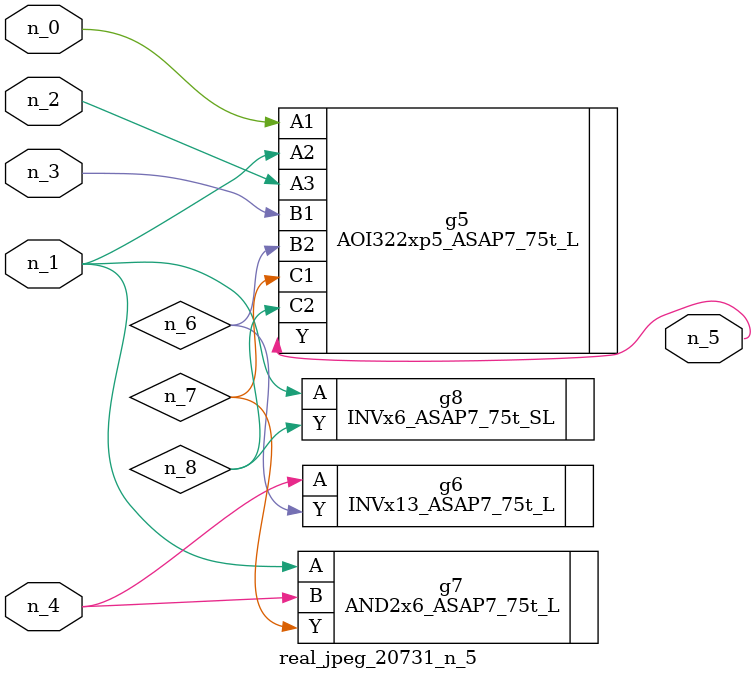
<source format=v>
module real_jpeg_20731_n_5 (n_4, n_0, n_1, n_2, n_3, n_5);

input n_4;
input n_0;
input n_1;
input n_2;
input n_3;

output n_5;

wire n_8;
wire n_6;
wire n_7;

AOI322xp5_ASAP7_75t_L g5 ( 
.A1(n_0),
.A2(n_1),
.A3(n_2),
.B1(n_3),
.B2(n_6),
.C1(n_7),
.C2(n_8),
.Y(n_5)
);

AND2x6_ASAP7_75t_L g7 ( 
.A(n_1),
.B(n_4),
.Y(n_7)
);

INVx6_ASAP7_75t_SL g8 ( 
.A(n_1),
.Y(n_8)
);

INVx13_ASAP7_75t_L g6 ( 
.A(n_4),
.Y(n_6)
);


endmodule
</source>
